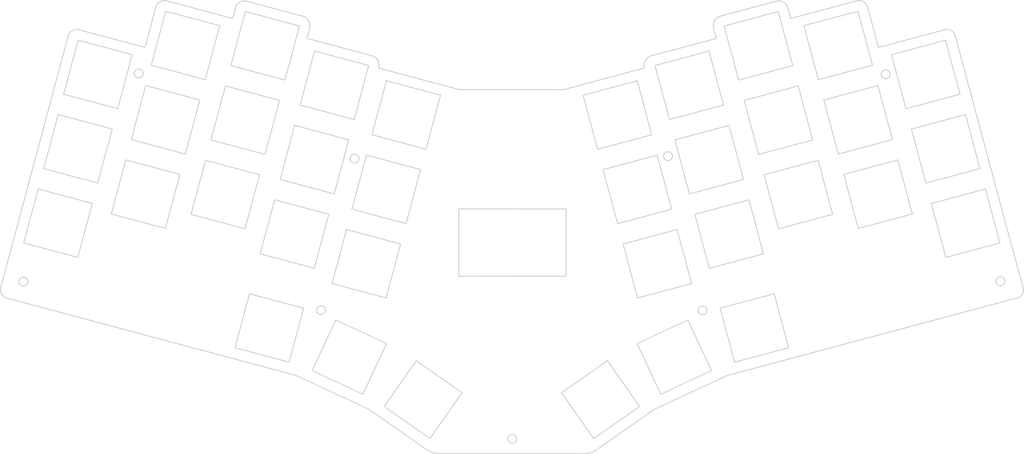
<source format=kicad_pcb>
(kicad_pcb (version 20171130) (host pcbnew "(5.1.10)-1")

  (general
    (thickness 1.6)
    (drawings 262)
    (tracks 0)
    (zones 0)
    (modules 0)
    (nets 1)
  )

  (page A4)
  (layers
    (0 F.Cu signal)
    (31 B.Cu signal)
    (32 B.Adhes user)
    (33 F.Adhes user)
    (34 B.Paste user)
    (35 F.Paste user)
    (36 B.SilkS user)
    (37 F.SilkS user)
    (38 B.Mask user)
    (39 F.Mask user)
    (40 Dwgs.User user)
    (41 Cmts.User user)
    (42 Eco1.User user)
    (43 Eco2.User user)
    (44 Edge.Cuts user)
    (45 Margin user)
    (46 B.CrtYd user)
    (47 F.CrtYd user)
    (48 B.Fab user)
    (49 F.Fab user)
  )

  (setup
    (last_trace_width 0.254)
    (trace_clearance 0.2)
    (zone_clearance 0.508)
    (zone_45_only no)
    (trace_min 0.2)
    (via_size 0.8)
    (via_drill 0.4)
    (via_min_size 0.4)
    (via_min_drill 0.3)
    (uvia_size 0.3)
    (uvia_drill 0.1)
    (uvias_allowed no)
    (uvia_min_size 0.2)
    (uvia_min_drill 0.1)
    (edge_width 0.05)
    (segment_width 0.2)
    (pcb_text_width 0.3)
    (pcb_text_size 1.5 1.5)
    (mod_edge_width 0.12)
    (mod_text_size 1 1)
    (mod_text_width 0.15)
    (pad_size 1.524 1.524)
    (pad_drill 0.762)
    (pad_to_mask_clearance 0)
    (aux_axis_origin 0 0)
    (visible_elements 7FFFFFFF)
    (pcbplotparams
      (layerselection 0x010fc_ffffffff)
      (usegerberextensions false)
      (usegerberattributes true)
      (usegerberadvancedattributes true)
      (creategerberjobfile true)
      (excludeedgelayer true)
      (linewidth 0.100000)
      (plotframeref false)
      (viasonmask false)
      (mode 1)
      (useauxorigin false)
      (hpglpennumber 1)
      (hpglpenspeed 20)
      (hpglpendiameter 15.000000)
      (psnegative false)
      (psa4output false)
      (plotreference true)
      (plotvalue true)
      (plotinvisibletext false)
      (padsonsilk false)
      (subtractmaskfromsilk false)
      (outputformat 1)
      (mirror false)
      (drillshape 0)
      (scaleselection 1)
      (outputdirectory "gerbers/"))
  )

  (net 0 "")

  (net_class Default "This is the default net class."
    (clearance 0.2)
    (trace_width 0.254)
    (via_dia 0.8)
    (via_drill 0.4)
    (uvia_dia 0.3)
    (uvia_drill 0.1)
  )

  (net_class Power ""
    (clearance 0.2)
    (trace_width 0.381)
    (via_dia 0.8)
    (via_drill 0.4)
    (uvia_dia 0.3)
    (uvia_drill 0.1)
  )

  (gr_curve (pts (xy 144.427204 146.030972) (xy 144.741593 146.345361) (xy 145.214409 146.43941) (xy 145.625178 146.269264)) (layer Edge.Cuts) (width 0.25))
  (gr_curve (pts (xy 145.204505 144.154399) (xy 144.759892 144.154399) (xy 144.359058 144.422228) (xy 144.188912 144.832997)) (layer Edge.Cuts) (width 0.25))
  (gr_curve (pts (xy 238.38361 55.283594) (xy 238.38361 54.992049) (xy 238.267794 54.712445) (xy 238.061641 54.506292)) (layer Edge.Cuts) (width 0.25))
  (gr_curve (pts (xy 266.331582 105.576268) (xy 266.125429 105.370115) (xy 265.845824 105.254299) (xy 265.55428 105.254299)) (layer Edge.Cuts) (width 0.25))
  (gr_line (start 192.134569 112.444275) (end 192.134569 112.444275) (layer Edge.Cuts) (width 0.25))
  (gr_curve (pts (xy 192.555242 114.559139) (xy 192.966011 114.388993) (xy 193.23384 113.988159) (xy 193.23384 113.543546)) (layer Edge.Cuts) (width 0.25))
  (gr_line (start 196.597827 40.905592) (end 210.313011 37.230666) (layer Edge.Cuts) (width 0.25))
  (gr_line (start 213.870365 41.5061) (end 230.147914 37.144597) (layer Edge.Cuts) (width 0.25))
  (gr_curve (pts (xy 195.098981 42.063272) (xy 195.423706 41.492492) (xy 195.963516 41.075553) (xy 196.597827 40.905592)) (layer Edge.Cuts) (width 0.25))
  (gr_line (start 213.191799 38.905384) (end 213.870365 41.5061) (layer Edge.Cuts) (width 0.25))
  (gr_curve (pts (xy 231.812295 37.365376) (xy 232.315674 37.657314) (xy 232.68206 38.137709) (xy 232.830472 38.700374)) (layer Edge.Cuts) (width 0.25))
  (gr_curve (pts (xy 230.147914 37.144597) (xy 230.709997 36.99399) (xy 231.308916 37.073436) (xy 231.812295 37.365376)) (layer Edge.Cuts) (width 0.25))
  (gr_line (start 179.530627 50.707073) (end 195.564583 46.41084) (layer Edge.Cuts) (width 0.25))
  (gr_curve (pts (xy 177.830303 53.698098) (xy 177.654629 53.075865) (xy 177.735609 52.409185) (xy 178.055139 51.847103)) (layer Edge.Cuts) (width 0.25))
  (gr_curve (pts (xy 193.23384 113.543546) (xy 193.23384 112.936435) (xy 192.74168 112.444275) (xy 192.134569 112.444275)) (layer Edge.Cuts) (width 0.25))
  (gr_curve (pts (xy 178.055139 51.847103) (xy 178.374669 51.285021) (xy 178.9061 50.874412) (xy 179.530627 50.707073)) (layer Edge.Cuts) (width 0.25))
  (gr_curve (pts (xy 182.837094 76.260982) (xy 183.151483 76.575371) (xy 183.624299 76.66942) (xy 184.035068 76.499274)) (layer Edge.Cuts) (width 0.25))
  (gr_line (start 132.186503 59.06258) (end 157.985283 59.06766) (layer Edge.Cuts) (width 0.25))
  (gr_curve (pts (xy 237.705012 56.299187) (xy 238.115781 56.129041) (xy 238.38361 55.728207) (xy 238.38361 55.283594)) (layer Edge.Cuts) (width 0.25))
  (gr_curve (pts (xy 145.981807 144.476368) (xy 145.775654 144.270215) (xy 145.49605 144.154399) (xy 145.204505 144.154399)) (layer Edge.Cuts) (width 0.25))
  (gr_curve (pts (xy 191.357267 114.320847) (xy 191.671656 114.635237) (xy 192.144472 114.729286) (xy 192.555242 114.559139)) (layer Edge.Cuts) (width 0.25))
  (gr_curve (pts (xy 192.134569 112.444275) (xy 191.689956 112.444275) (xy 191.289121 112.712103) (xy 191.118975 113.122873)) (layer Edge.Cuts) (width 0.25))
  (gr_curve (pts (xy 264.776977 107.130872) (xy 265.091366 107.445261) (xy 265.564183 107.53931) (xy 265.974953 107.369164)) (layer Edge.Cuts) (width 0.25))
  (gr_line (start 195.564583 46.41084) (end 194.869677 43.943214) (layer Edge.Cuts) (width 0.25))
  (gr_curve (pts (xy 194.869677 43.943214) (xy 194.691671 43.311114) (xy 194.774255 42.634052) (xy 195.098981 42.063272)) (layer Edge.Cuts) (width 0.25))
  (gr_line (start 177.830303 53.6981) (end 177.830303 53.698098) (layer Edge.Cuts) (width 0.25))
  (gr_curve (pts (xy 146.303776 145.25367) (xy 146.303776 144.962125) (xy 146.187961 144.682522) (xy 145.981807 144.476368)) (layer Edge.Cuts) (width 0.25))
  (gr_curve (pts (xy 236.268745 54.862921) (xy 236.098599 55.27369) (xy 236.192648 55.746506) (xy 236.507037 56.060895)) (layer Edge.Cuts) (width 0.25))
  (gr_curve (pts (xy 238.061641 54.506292) (xy 237.855488 54.300138) (xy 237.575884 54.184323) (xy 237.284339 54.184323)) (layer Edge.Cuts) (width 0.25))
  (gr_curve (pts (xy 265.974953 107.369164) (xy 266.385721 107.199018) (xy 266.65355 106.798184) (xy 266.65355 106.35357)) (layer Edge.Cuts) (width 0.25))
  (gr_curve (pts (xy 184.713666 75.48368) (xy 184.713666 74.87657) (xy 184.221506 74.384409) (xy 183.614396 74.384409)) (layer Edge.Cuts) (width 0.25))
  (gr_curve (pts (xy 265.55428 105.254299) (xy 265.109666 105.254299) (xy 264.708832 105.522128) (xy 264.538685 105.932897)) (layer Edge.Cuts) (width 0.25))
  (gr_curve (pts (xy 145.625178 146.269264) (xy 146.035948 146.099118) (xy 146.303776 145.698284) (xy 146.303776 145.25367)) (layer Edge.Cuts) (width 0.25))
  (gr_curve (pts (xy 144.188912 144.832997) (xy 144.018765 145.243767) (xy 144.112814 145.716583) (xy 144.427204 146.030972)) (layer Edge.Cuts) (width 0.25))
  (gr_curve (pts (xy 182.598802 75.063007) (xy 182.428656 75.473777) (xy 182.522704 75.946593) (xy 182.837094 76.260982)) (layer Edge.Cuts) (width 0.25))
  (gr_curve (pts (xy 236.507037 56.060895) (xy 236.821426 56.375285) (xy 237.294242 56.469334) (xy 237.705012 56.299187)) (layer Edge.Cuts) (width 0.25))
  (gr_curve (pts (xy 184.035068 76.499274) (xy 184.445838 76.329128) (xy 184.713666 75.928294) (xy 184.713666 75.48368)) (layer Edge.Cuts) (width 0.25))
  (gr_curve (pts (xy 266.65355 106.35357) (xy 266.65355 106.062025) (xy 266.537735 105.782422) (xy 266.331582 105.576268)) (layer Edge.Cuts) (width 0.25))
  (gr_line (start 235.457817 48.66128) (end 251.902019 44.255124) (layer Edge.Cuts) (width 0.25))
  (gr_line (start 232.830472 38.700374) (end 235.457817 48.66128) (layer Edge.Cuts) (width 0.25))
  (gr_curve (pts (xy 212.100863 37.469036) (xy 212.641286 37.783424) (xy 213.033955 38.30042) (xy 213.191799 38.905384)) (layer Edge.Cuts) (width 0.25))
  (gr_curve (pts (xy 251.902019 44.255124) (xy 252.982505 43.965607) (xy 254.093327 44.605872) (xy 254.384401 45.68594)) (layer Edge.Cuts) (width 0.25))
  (gr_curve (pts (xy 210.313011 37.230666) (xy 210.916925 37.06885) (xy 211.560441 37.154648) (xy 212.100863 37.469036)) (layer Edge.Cuts) (width 0.25))
  (gr_line (start 265.55428 105.254299) (end 265.55428 105.254299) (layer Edge.Cuts) (width 0.25))
  (gr_line (start 98.094361 112.394239) (end 98.094361 112.394239) (layer Edge.Cuts) (width 0.25))
  (gr_line (start 157.985283 59.06766) (end 177.830303 53.6981) (layer Edge.Cuts) (width 0.25))
  (gr_line (start 145.204505 144.154399) (end 145.204505 144.154399) (layer Edge.Cuts) (width 0.25))
  (gr_curve (pts (xy 264.538685 105.932897) (xy 264.36854 106.343667) (xy 264.462589 106.816483) (xy 264.776977 107.130872)) (layer Edge.Cuts) (width 0.25))
  (gr_line (start 237.284339 54.184323) (end 237.284339 54.184323) (layer Edge.Cuts) (width 0.25))
  (gr_curve (pts (xy 237.284339 54.184323) (xy 236.839726 54.184323) (xy 236.438891 54.452151) (xy 236.268745 54.862921)) (layer Edge.Cuts) (width 0.25))
  (gr_curve (pts (xy 191.118975 113.122873) (xy 190.948829 113.533642) (xy 191.042878 114.006458) (xy 191.357267 114.320847)) (layer Edge.Cuts) (width 0.25))
  (gr_line (start 183.614396 74.384409) (end 183.614396 74.384409) (layer Edge.Cuts) (width 0.25))
  (gr_line (start 176.03198 56.87818) (end 179.60322 70.2081) (layer Edge.Cuts) (width 0.25))
  (gr_line (start 201.03828 56.70038) (end 214.3682 53.12914) (layer Edge.Cuts) (width 0.25))
  (gr_line (start 73.12388 43.28156) (end 69.55264 56.61148) (layer Edge.Cuts) (width 0.25))
  (gr_line (start 242.27264 63.7692) (end 255.602559 60.19796) (layer Edge.Cuts) (width 0.25))
  (gr_line (start 92.77078 43.36792) (end 89.197 56.69784) (layer Edge.Cuts) (width 0.25))
  (gr_line (start 166.2733 73.77934) (end 179.60322 70.2081) (layer Edge.Cuts) (width 0.25))
  (gr_line (start 210.79696 39.79922) (end 197.46704 43.37046) (layer Edge.Cuts) (width 0.25))
  (gr_line (start 127.533219 60.44688) (end 123.96198 73.7768) (layer Edge.Cuts) (width 0.25))
  (gr_line (start 46.61898 68.79078) (end 33.28906 65.217) (layer Edge.Cuts) (width 0.25))
  (gr_line (start 252.03132 46.86804) (end 255.602559 60.19796) (layer Edge.Cuts) (width 0.25))
  (gr_curve (pts (xy 98.515034 114.509104) (xy 98.925803 114.338958) (xy 99.193632 113.938124) (xy 99.193632 113.49351)) (layer Edge.Cuts) (width 0.25))
  (gr_curve (pts (xy 24.714528 105.314243) (xy 24.107417 105.314243) (xy 23.615257 105.806404) (xy 23.615257 106.413514)) (layer Edge.Cuts) (width 0.25))
  (gr_line (start 252.03132 46.86804) (end 238.7014 50.43928) (layer Edge.Cuts) (width 0.25))
  (gr_curve (pts (xy 98.871663 112.716208) (xy 98.66551 112.510055) (xy 98.385906 112.394239) (xy 98.094361 112.394239)) (layer Edge.Cuts) (width 0.25))
  (gr_curve (pts (xy 97.078767 113.072837) (xy 96.908621 113.483607) (xy 97.00267 113.956423) (xy 97.317059 114.270812)) (layer Edge.Cuts) (width 0.25))
  (gr_line (start 176.03198 56.87818) (end 162.70206 60.44942) (layer Edge.Cuts) (width 0.25))
  (gr_curve (pts (xy 106.775114 77.109128) (xy 107.185883 76.938982) (xy 107.453712 76.538148) (xy 107.453712 76.093534)) (layer Edge.Cuts) (width 0.25))
  (gr_curve (pts (xy 54.233605 55.063578) (xy 54.233605 54.772033) (xy 54.117789 54.49243) (xy 53.911636 54.286275)) (layer Edge.Cuts) (width 0.25))
  (gr_curve (pts (xy 105.577139 76.870836) (xy 105.891528 77.185225) (xy 106.364344 77.279274) (xy 106.775114 77.109128)) (layer Edge.Cuts) (width 0.25))
  (gr_line (start 166.2733 73.77934) (end 162.70206 60.44942) (layer Edge.Cuts) (width 0.25))
  (gr_line (start 34.63272 60.19542) (end 47.96264 63.76666) (layer Edge.Cuts) (width 0.25))
  (gr_line (start 51.53642 50.43674) (end 47.96264 63.76666) (layer Edge.Cuts) (width 0.25))
  (gr_line (start 73.12388 43.28156) (end 59.79396 39.70778) (layer Edge.Cuts) (width 0.25))
  (gr_line (start 29.71528 78.54692) (end 33.28906 65.217) (layer Edge.Cuts) (width 0.25))
  (gr_line (start 242.27264 63.7692) (end 238.7014 50.43928) (layer Edge.Cuts) (width 0.25))
  (gr_line (start 75.86962 53.1266) (end 79.44086 39.79668) (layer Edge.Cuts) (width 0.25))
  (gr_curve (pts (xy 106.354441 74.994263) (xy 105.909827 74.994263) (xy 105.508993 75.262092) (xy 105.338847 75.672861)) (layer Edge.Cuts) (width 0.25))
  (gr_curve (pts (xy 99.193632 113.49351) (xy 99.193632 113.201965) (xy 99.077816 112.922362) (xy 98.871663 112.716208)) (layer Edge.Cuts) (width 0.25))
  (gr_curve (pts (xy 24.714528 107.512785) (xy 25.321639 107.512785) (xy 25.813799 107.020625) (xy 25.813799 106.413514)) (layer Edge.Cuts) (width 0.25))
  (gr_line (start 53.134334 53.964307) (end 53.134334 53.964307) (layer Edge.Cuts) (width 0.25))
  (gr_line (start 106.354441 74.994263) (end 106.354441 74.994263) (layer Edge.Cuts) (width 0.25))
  (gr_line (start 110.63206 70.20556) (end 114.2033 56.87564) (layer Edge.Cuts) (width 0.25))
  (gr_curve (pts (xy 183.614396 74.384409) (xy 183.169782 74.384409) (xy 182.768948 74.652238) (xy 182.598802 75.063007)) (layer Edge.Cuts) (width 0.25))
  (gr_curve (pts (xy 105.338847 75.672861) (xy 105.168701 76.083631) (xy 105.26275 76.556447) (xy 105.577139 76.870836)) (layer Edge.Cuts) (width 0.25))
  (gr_line (start 24.714528 105.314243) (end 24.714528 105.314243) (layer Edge.Cuts) (width 0.25))
  (gr_line (start 201.03828 56.70038) (end 197.46704 43.37046) (layer Edge.Cuts) (width 0.25))
  (gr_line (start 230.44386 39.71032) (end 217.11394 43.28156) (layer Edge.Cuts) (width 0.25))
  (gr_curve (pts (xy 97.317059 114.270812) (xy 97.631448 114.585201) (xy 98.104264 114.67925) (xy 98.515034 114.509104)) (layer Edge.Cuts) (width 0.25))
  (gr_curve (pts (xy 52.357032 55.84088) (xy 52.671421 56.155269) (xy 53.144237 56.249318) (xy 53.555007 56.079172)) (layer Edge.Cuts) (width 0.25))
  (gr_line (start 29.71528 78.54692) (end 43.0452 82.11816) (layer Edge.Cuts) (width 0.25))
  (gr_curve (pts (xy 98.094361 112.394239) (xy 97.649747 112.394239) (xy 97.248913 112.662068) (xy 97.078767 113.072837)) (layer Edge.Cuts) (width 0.25))
  (gr_curve (pts (xy 53.911636 54.286275) (xy 53.705483 54.080123) (xy 53.425879 53.964307) (xy 53.134334 53.964307)) (layer Edge.Cuts) (width 0.25))
  (gr_line (start 68.20644 61.63306) (end 54.87652 58.06182) (layer Edge.Cuts) (width 0.25))
  (gr_curve (pts (xy 25.49183 105.636212) (xy 25.285677 105.430059) (xy 25.006073 105.314243) (xy 24.714528 105.314243)) (layer Edge.Cuts) (width 0.25))
  (gr_curve (pts (xy 25.813799 106.413514) (xy 25.813799 106.121969) (xy 25.697983 105.842366) (xy 25.49183 105.636212)) (layer Edge.Cuts) (width 0.25))
  (gr_line (start 210.79696 39.79922) (end 214.3682 53.12914) (layer Edge.Cuts) (width 0.25))
  (gr_line (start 46.61898 68.79078) (end 43.0452 82.11816) (layer Edge.Cuts) (width 0.25))
  (gr_curve (pts (xy 23.615257 106.413514) (xy 23.615257 107.020625) (xy 24.107417 107.512785) (xy 24.714528 107.512785)) (layer Edge.Cuts) (width 0.25))
  (gr_line (start 75.86962 53.1266) (end 89.197 56.69784) (layer Edge.Cuts) (width 0.25))
  (gr_line (start 230.44386 39.71032) (end 234.0151 53.04024) (layer Edge.Cuts) (width 0.25))
  (gr_curve (pts (xy 53.555007 56.079172) (xy 53.965776 55.909026) (xy 54.233605 55.508192) (xy 54.233605 55.063578)) (layer Edge.Cuts) (width 0.25))
  (gr_curve (pts (xy 52.11874 54.642905) (xy 51.948594 55.053675) (xy 52.042643 55.526491) (xy 52.357032 55.84088)) (layer Edge.Cuts) (width 0.25))
  (gr_curve (pts (xy 53.134334 53.964307) (xy 52.68972 53.964307) (xy 52.288886 54.232135) (xy 52.11874 54.642905)) (layer Edge.Cuts) (width 0.25))
  (gr_line (start 51.53642 50.43674) (end 38.2065 46.8655) (layer Edge.Cuts) (width 0.25))
  (gr_line (start 56.22272 53.0377) (end 69.55264 56.61148) (layer Edge.Cuts) (width 0.25))
  (gr_line (start 220.68518 56.61148) (end 234.0151 53.04024) (layer Edge.Cuts) (width 0.25))
  (gr_line (start 220.68518 56.61148) (end 217.11394 43.28156) (layer Edge.Cuts) (width 0.25))
  (gr_curve (pts (xy 107.131743 75.316232) (xy 106.92559 75.110079) (xy 106.645986 74.994263) (xy 106.354441 74.994263)) (layer Edge.Cuts) (width 0.25))
  (gr_line (start 110.63206 70.20556) (end 123.96198 73.7768) (layer Edge.Cuts) (width 0.25))
  (gr_curve (pts (xy 107.453712 76.093534) (xy 107.453712 75.801989) (xy 107.337896 75.522386) (xy 107.131743 75.316232)) (layer Edge.Cuts) (width 0.25))
  (gr_line (start 127.533219 60.44688) (end 114.2033 56.87564) (layer Edge.Cuts) (width 0.25))
  (gr_line (start 34.63272 60.19542) (end 38.2065 46.8655) (layer Edge.Cuts) (width 0.25))
  (gr_line (start 56.22272 53.0377) (end 59.79396 39.70778) (layer Edge.Cuts) (width 0.25))
  (gr_line (start 92.77078 43.36792) (end 79.44086 39.79668) (layer Edge.Cuts) (width 0.25))
  (gr_line (start 51.30528 71.39174) (end 64.6352 74.96298) (layer Edge.Cuts) (width 0.25))
  (gr_line (start 51.30528 71.39174) (end 54.87652 58.06182) (layer Edge.Cuts) (width 0.25))
  (gr_line (start 68.20644 61.63306) (end 64.6352 74.96298) (layer Edge.Cuts) (width 0.25))
  (gr_line (start 215.7144 58.15072) (end 202.38448 61.7245) (layer Edge.Cuts) (width 0.25))
  (gr_line (start 230.52006 93.31702) (end 226.94882 79.9871) (layer Edge.Cuts) (width 0.25))
  (gr_line (start 66.032199 89.83214) (end 79.36212 93.40338) (layer Edge.Cuts) (width 0.25))
  (gr_line (start 70.94964 71.4781) (end 74.52342 58.14818) (layer Edge.Cuts) (width 0.25))
  (gr_line (start 205.95572 75.05188) (end 219.28564 71.48064) (layer Edge.Cuts) (width 0.25))
  (gr_line (start 235.3613 58.06436) (end 222.03138 61.6356) (layer Edge.Cuts) (width 0.25))
  (gr_line (start 82.9359 80.07346) (end 69.60598 76.50222) (layer Edge.Cuts) (width 0.25))
  (gr_line (start 117.69834 97.15242) (end 114.1271 110.48234) (layer Edge.Cuts) (width 0.25))
  (gr_line (start 220.63184 76.50476) (end 207.30192 80.076) (layer Edge.Cuts) (width 0.25))
  (gr_line (start 230.52006 93.31702) (end 243.84998 89.74578) (layer Edge.Cuts) (width 0.25))
  (gr_line (start 87.85334 61.72196) (end 74.52342 58.14818) (layer Edge.Cuts) (width 0.25))
  (gr_line (start 82.9359 80.07346) (end 79.36212 93.40338) (layer Edge.Cuts) (width 0.25))
  (gr_line (start 70.94964 71.4781) (end 84.27956 75.05188) (layer Edge.Cuts) (width 0.25))
  (gr_line (start 185.86686 93.58372) (end 172.53694 97.15496) (layer Edge.Cuts) (width 0.25))
  (gr_line (start 122.61578 78.80092) (end 109.28586 75.22968) (layer Edge.Cuts) (width 0.25))
  (gr_line (start 105.71462 88.5596) (end 119.04454 92.13084) (layer Edge.Cuts) (width 0.25))
  (gr_line (start 215.7144 58.15072) (end 219.28564 71.48064) (layer Edge.Cuts) (width 0.25))
  (gr_line (start 41.70154 87.14228) (end 38.12776 100.4722) (layer Edge.Cuts) (width 0.25))
  (gr_line (start 203.5732 86.25074) (end 207.14444 99.58066) (layer Edge.Cuts) (width 0.25))
  (gr_line (start 171.19074 92.13338) (end 167.6195 78.80346) (layer Edge.Cuts) (width 0.25))
  (gr_line (start 235.3613 58.06436) (end 238.93254 71.39428) (layer Edge.Cuts) (width 0.25))
  (gr_line (start 41.70154 87.14228) (end 28.37162 83.57104) (layer Edge.Cuts) (width 0.25))
  (gr_line (start 100.79718 106.9111) (end 114.1271 110.48234) (layer Edge.Cuts) (width 0.25))
  (gr_line (start 210.87316 93.40592) (end 207.30192 80.076) (layer Edge.Cuts) (width 0.25))
  (gr_line (start 185.86686 93.58372) (end 189.4381 106.91364) (layer Edge.Cuts) (width 0.25))
  (gr_line (start 180.94942 75.23222) (end 184.52066 88.56214) (layer Edge.Cuts) (width 0.25))
  (gr_line (start 176.11072 110.48488) (end 189.4381 106.91364) (layer Edge.Cuts) (width 0.25))
  (gr_line (start 225.60262 74.96552) (end 222.03138 61.6356) (layer Edge.Cuts) (width 0.25))
  (gr_line (start 66.032199 89.83214) (end 69.60598 76.50222) (layer Edge.Cuts) (width 0.25))
  (gr_line (start 256.948759 65.21954) (end 260.519999 78.54946) (layer Edge.Cuts) (width 0.25))
  (gr_line (start 198.65576 67.89924) (end 202.227 81.22916) (layer Edge.Cuts) (width 0.25))
  (gr_line (start 247.19008 82.1207) (end 243.61884 68.79078) (layer Edge.Cuts) (width 0.25))
  (gr_line (start 193.81452 103.1519) (end 190.24328 89.82198) (layer Edge.Cuts) (width 0.25))
  (gr_line (start 240.27874 76.41586) (end 226.94882 79.9871) (layer Edge.Cuts) (width 0.25))
  (gr_line (start 46.38784 89.74324) (end 59.71522 93.31448) (layer Edge.Cuts) (width 0.25))
  (gr_line (start 210.87316 93.40592) (end 224.20308 89.83468) (layer Edge.Cuts) (width 0.25))
  (gr_line (start 87.85334 61.72196) (end 84.27956 75.05188) (layer Edge.Cuts) (width 0.25))
  (gr_line (start 198.65576 67.89924) (end 185.32584 71.47048) (layer Edge.Cuts) (width 0.25))
  (gr_line (start 100.79718 106.9111) (end 104.36842 93.58118) (layer Edge.Cuts) (width 0.25))
  (gr_line (start 105.71462 88.5596) (end 109.28586 75.22968) (layer Edge.Cuts) (width 0.25))
  (gr_line (start 225.60262 74.96552) (end 238.93254 71.39428) (layer Edge.Cuts) (width 0.25))
  (gr_line (start 193.81452 103.1519) (end 207.14444 99.58066) (layer Edge.Cuts) (width 0.25))
  (gr_line (start 176.11072 110.48488) (end 172.53694 97.15496) (layer Edge.Cuts) (width 0.25))
  (gr_line (start 122.61578 78.80092) (end 119.04454 92.13084) (layer Edge.Cuts) (width 0.25))
  (gr_line (start 240.27874 76.41586) (end 243.84998 89.74578) (layer Edge.Cuts) (width 0.25))
  (gr_line (start 180.94942 75.23222) (end 167.6195 78.80346) (layer Edge.Cuts) (width 0.25))
  (gr_line (start 117.69834 97.15242) (end 104.36842 93.58118) (layer Edge.Cuts) (width 0.25))
  (gr_line (start 171.19074 92.13338) (end 184.52066 88.56214) (layer Edge.Cuts) (width 0.25))
  (gr_line (start 247.19008 82.1207) (end 260.519999 78.54946) (layer Edge.Cuts) (width 0.25))
  (gr_line (start 63.289 79.98456) (end 59.71522 93.31448) (layer Edge.Cuts) (width 0.25))
  (gr_line (start 188.89708 84.8004) (end 202.227 81.22916) (layer Edge.Cuts) (width 0.25))
  (gr_line (start 261.866199 83.57358) (end 248.53628 87.14482) (layer Edge.Cuts) (width 0.25))
  (gr_line (start 205.95572 75.05188) (end 202.38448 61.7245) (layer Edge.Cuts) (width 0.25))
  (gr_line (start 256.948759 65.21954) (end 243.61884 68.79078) (layer Edge.Cuts) (width 0.25))
  (gr_line (start 24.79784 96.90096) (end 38.12776 100.4722) (layer Edge.Cuts) (width 0.25))
  (gr_line (start 24.79784 96.90096) (end 28.37162 83.57104) (layer Edge.Cuts) (width 0.25))
  (gr_line (start 46.38784 89.74324) (end 49.95908 76.41332) (layer Edge.Cuts) (width 0.25))
  (gr_line (start 203.5732 86.25074) (end 190.24328 89.82198) (layer Edge.Cuts) (width 0.25))
  (gr_line (start 220.63184 76.50476) (end 224.20308 89.83468) (layer Edge.Cuts) (width 0.25))
  (gr_line (start 63.289 79.98456) (end 49.95908 76.41332) (layer Edge.Cuts) (width 0.25))
  (gr_line (start 188.89708 84.8004) (end 185.32584 71.47048) (layer Edge.Cuts) (width 0.25))
  (gr_line (start 188.50846 115.89762) (end 176.0015 121.72946) (layer Edge.Cuts) (width 0.25))
  (gr_line (start 200.02736 126.33448) (end 196.45612 113.00456) (layer Edge.Cuts) (width 0.25))
  (gr_line (start 99.99454 89.82198) (end 96.42076 103.14936) (layer Edge.Cuts) (width 0.25))
  (gr_line (start 200.02736 126.33448) (end 213.35728 122.76324) (layer Edge.Cuts) (width 0.25))
  (gr_line (start 209.78604 109.43332) (end 196.45612 113.00456) (layer Edge.Cuts) (width 0.25))
  (gr_line (start 183.97964 66.44636) (end 197.30956 62.87512) (layer Edge.Cuts) (width 0.25))
  (gr_line (start 158.49328 88.52658) (end 158.49328 105.12548) (layer Edge.Cuts) (width 0.25))
  (gr_line (start 104.91198 71.46794) (end 101.3382 84.79786) (layer Edge.Cuts) (width 0.25))
  (gr_line (start 165.29032 145.1762) (end 157.37568 133.8732) (layer Edge.Cuts) (width 0.25))
  (gr_line (start 83.09084 99.57812) (end 86.66462 86.2482) (layer Edge.Cuts) (width 0.25))
  (gr_line (start 168.68122 125.95602) (end 176.59586 137.26156) (layer Edge.Cuts) (width 0.25))
  (gr_line (start 181.83588 134.23642) (end 194.34284 128.40458) (layer Edge.Cuts) (width 0.25))
  (gr_line (start 181.83588 134.23642) (end 176.0015 121.72946) (layer Edge.Cuts) (width 0.25))
  (gr_line (start 193.73832 49.5452) (end 180.4084 53.11898) (layer Edge.Cuts) (width 0.25))
  (gr_line (start 95.89498 128.40204) (end 108.40194 134.23388) (layer Edge.Cuts) (width 0.25))
  (gr_line (start 88.00828 81.22662) (end 91.58206 67.8967) (layer Edge.Cuts) (width 0.25))
  (gr_line (start 132.05442 88.50118) (end 158.49328 88.52658) (layer Edge.Cuts) (width 0.25))
  (gr_line (start 95.89498 128.40204) (end 101.72682 115.89508) (layer Edge.Cuts) (width 0.25))
  (gr_line (start 109.82942 53.11644) (end 96.4995 49.54266) (layer Edge.Cuts) (width 0.25))
  (gr_line (start 132.859599 133.87066) (end 121.5566 125.95348) (layer Edge.Cuts) (width 0.25))
  (gr_line (start 76.88054 122.7607) (end 90.21046 126.33194) (layer Edge.Cuts) (width 0.25))
  (gr_line (start 93.7817 113.00202) (end 80.45178 109.43078) (layer Edge.Cuts) (width 0.25))
  (gr_line (start 113.64196 137.25902) (end 121.5566 125.95348) (layer Edge.Cuts) (width 0.25))
  (gr_line (start 113.64196 137.25902) (end 124.94496 145.17366) (layer Edge.Cuts) (width 0.25))
  (gr_line (start 114.23378 121.72692) (end 108.40194 134.23388) (layer Edge.Cuts) (width 0.25))
  (gr_line (start 88.00828 81.22662) (end 101.3382 84.79786) (layer Edge.Cuts) (width 0.25))
  (gr_line (start 252.10752 100.47474) (end 265.43744 96.9035) (layer Edge.Cuts) (width 0.25))
  (gr_line (start 252.10752 100.47474) (end 248.53628 87.14482) (layer Edge.Cuts) (width 0.25))
  (gr_line (start 114.23378 121.72692) (end 101.72682 115.89508) (layer Edge.Cuts) (width 0.25))
  (gr_line (start 261.866199 83.57358) (end 265.43744 96.9035) (layer Edge.Cuts) (width 0.25))
  (gr_line (start 76.88054 122.7607) (end 80.45178 109.43078) (layer Edge.Cuts) (width 0.25))
  (gr_line (start 209.78604 109.43332) (end 213.35728 122.76324) (layer Edge.Cuts) (width 0.25))
  (gr_line (start 92.92572 62.87258) (end 96.4995 49.54266) (layer Edge.Cuts) (width 0.25))
  (gr_line (start 109.82942 53.11644) (end 106.25564 66.44636) (layer Edge.Cuts) (width 0.25))
  (gr_line (start 83.09084 99.57812) (end 96.42076 103.14936) (layer Edge.Cuts) (width 0.25))
  (gr_line (start 132.05442 88.50118) (end 132.05442 105.13818) (layer Edge.Cuts) (width 0.25))
  (gr_line (start 92.92572 62.87258) (end 106.25564 66.44636) (layer Edge.Cuts) (width 0.25))
  (gr_line (start 158.49328 105.12548) (end 132.05442 105.13818) (layer Edge.Cuts) (width 0.25))
  (gr_line (start 168.68122 125.95602) (end 157.37568 133.8732) (layer Edge.Cuts) (width 0.25))
  (gr_line (start 188.50846 115.89762) (end 194.34284 128.40458) (layer Edge.Cuts) (width 0.25))
  (gr_line (start 104.91198 71.46794) (end 91.58206 67.8967) (layer Edge.Cuts) (width 0.25))
  (gr_line (start 99.99454 89.82198) (end 86.66462 86.2482) (layer Edge.Cuts) (width 0.25))
  (gr_line (start 193.73832 49.5452) (end 197.30956 62.87512) (layer Edge.Cuts) (width 0.25))
  (gr_line (start 183.97964 66.44636) (end 180.4084 53.11898) (layer Edge.Cuts) (width 0.25))
  (gr_line (start 93.7817 113.00202) (end 90.21046 126.33194) (layer Edge.Cuts) (width 0.25))
  (gr_line (start 132.859599 133.87066) (end 124.94496 145.17366) (layer Edge.Cuts) (width 0.25))
  (gr_line (start 165.29032 145.1762) (end 176.59586 137.26156) (layer Edge.Cuts) (width 0.25))
  (gr_line (start 163.126865 148.912441) (end 127.05 148.91) (layer Edge.Cuts) (width 0.25))
  (gr_curve (pts (xy 165.838058 148.057718) (xy 165.043452 148.614098) (xy 164.096894 148.912507) (xy 163.126865 148.912441)) (layer Edge.Cuts) (width 0.25))
  (gr_line (start 19.147381 107.835035) (end 21.4552 99.227603) (layer Edge.Cuts) (width 0.25))
  (gr_line (start 109.95642 137.982819) (end 92.03672 129.626219) (layer Edge.Cuts) (width 0.25))
  (gr_curve (pts (xy 19.366105 109.497609) (xy 19.075574 108.994362) (xy 18.996895 108.396301) (xy 19.147381 107.835035)) (layer Edge.Cuts) (width 0.25))
  (gr_line (start 79.780595 37.256401) (end 93.534924 40.941308) (layer Edge.Cuts) (width 0.25))
  (gr_curve (pts (xy 20.696515 110.518393) (xy 20.13521 110.368052) (xy 19.656635 110.000856) (xy 19.366105 109.497609)) (layer Edge.Cuts) (width 0.25))
  (gr_line (start 198.140145 129.628863) (end 180.222983 137.985463) (layer Edge.Cuts) (width 0.25))
  (gr_line (start 94.61228 46.4083) (end 110.598197 50.691069) (layer Edge.Cuts) (width 0.25))
  (gr_line (start 76.30904 41.50356) (end 76.979887 38.892736) (layer Edge.Cuts) (width 0.25))
  (gr_curve (pts (xy 57.333498 38.756347) (xy 57.485998 38.178184) (xy 57.862476 37.684559) (xy 58.37972 37.384578)) (layer Edge.Cuts) (width 0.25))
  (gr_line (start 180.222983 137.985463) (end 165.838058 148.057718) (layer Edge.Cuts) (width 0.25))
  (gr_line (start 32.725177 57.13726) (end 35.760922 45.811681) (layer Edge.Cuts) (width 0.25))
  (gr_curve (pts (xy 93.534924 40.941308) (xy 94.174739 41.11272) (xy 94.719445 41.532864) (xy 95.047729 42.108169)) (layer Edge.Cuts) (width 0.25))
  (gr_line (start 95.28269 44.004202) (end 94.61228 46.4083) (layer Edge.Cuts) (width 0.25))
  (gr_line (start 60.089944 37.157719) (end 76.30904 41.50356) (layer Edge.Cuts) (width 0.25))
  (gr_curve (pts (xy 269.823766 110.424413) (xy 260.618475 112.890504) (xy 219.728481 123.845234) (xy 198.140145 129.628863)) (layer Edge.Cuts) (width 0.25))
  (gr_line (start 38.402428 44.286695) (end 54.72158 48.65874) (layer Edge.Cuts) (width 0.25))
  (gr_line (start 112.31862 53.74128) (end 132.186503 59.06258) (layer Edge.Cuts) (width 0.25))
  (gr_curve (pts (xy 110.598197 50.691069) (xy 111.234545 50.861553) (xy 111.775506 51.280964) (xy 112.099154 51.854772)) (layer Edge.Cuts) (width 0.25))
  (gr_curve (pts (xy 58.37972 37.384578) (xy 58.896963 37.084598) (xy 59.51238 37.002964) (xy 60.089944 37.157719)) (layer Edge.Cuts) (width 0.25))
  (gr_line (start 268.46258 98.074443) (end 271.183098 108.051796) (layer Edge.Cuts) (width 0.25))
  (gr_line (start 254.384401 45.68594) (end 257.807279 58.38694) (layer Edge.Cuts) (width 0.25))
  (gr_curve (pts (xy 112.099154 51.854772) (xy 112.422801 52.428581) (xy 112.501899 53.108498) (xy 112.31862 53.74128)) (layer Edge.Cuts) (width 0.25))
  (gr_curve (pts (xy 95.047729 42.108169) (xy 95.376013 42.683475) (xy 95.460614 43.366166) (xy 95.28269 44.004202)) (layer Edge.Cuts) (width 0.25))
  (gr_line (start 54.72158 48.65874) (end 57.333498 38.756347) (layer Edge.Cuts) (width 0.25))
  (gr_line (start 21.4552 99.227603) (end 32.725177 57.13726) (layer Edge.Cuts) (width 0.25))
  (gr_curve (pts (xy 78.038885 37.490312) (xy 78.564949 37.182956) (xy 79.192078 37.098732) (xy 79.780595 37.256401)) (layer Edge.Cuts) (width 0.25))
  (gr_curve (pts (xy 76.979887 38.892736) (xy 77.131513 38.302633) (xy 77.512821 37.797669) (xy 78.038885 37.490312)) (layer Edge.Cuts) (width 0.25))
  (gr_curve (pts (xy 271.183098 108.051796) (xy 271.464962 109.085533) (xy 270.856352 110.147779) (xy 269.823766 110.424413)) (layer Edge.Cuts) (width 0.25))
  (gr_line (start 257.807279 58.38694) (end 268.46258 98.074443) (layer Edge.Cuts) (width 0.25))
  (gr_line (start 92.03672 129.626219) (end 20.696515 110.518393) (layer Edge.Cuts) (width 0.25))
  (gr_curve (pts (xy 35.760922 45.811681) (xy 36.069305 44.661185) (xy 37.251894 43.978456) (xy 38.402428 44.286695)) (layer Edge.Cuts) (width 0.25))
  (gr_line (start 124.338873 148.054983) (end 109.95642 137.982819) (layer Edge.Cuts) (width 0.25))
  (gr_curve (pts (xy 127.05 148.91) (xy 126.079967 148.909935) (xy 125.13344 148.611425) (xy 124.338873 148.054983)) (layer Edge.Cuts) (width 0.25))

)

</source>
